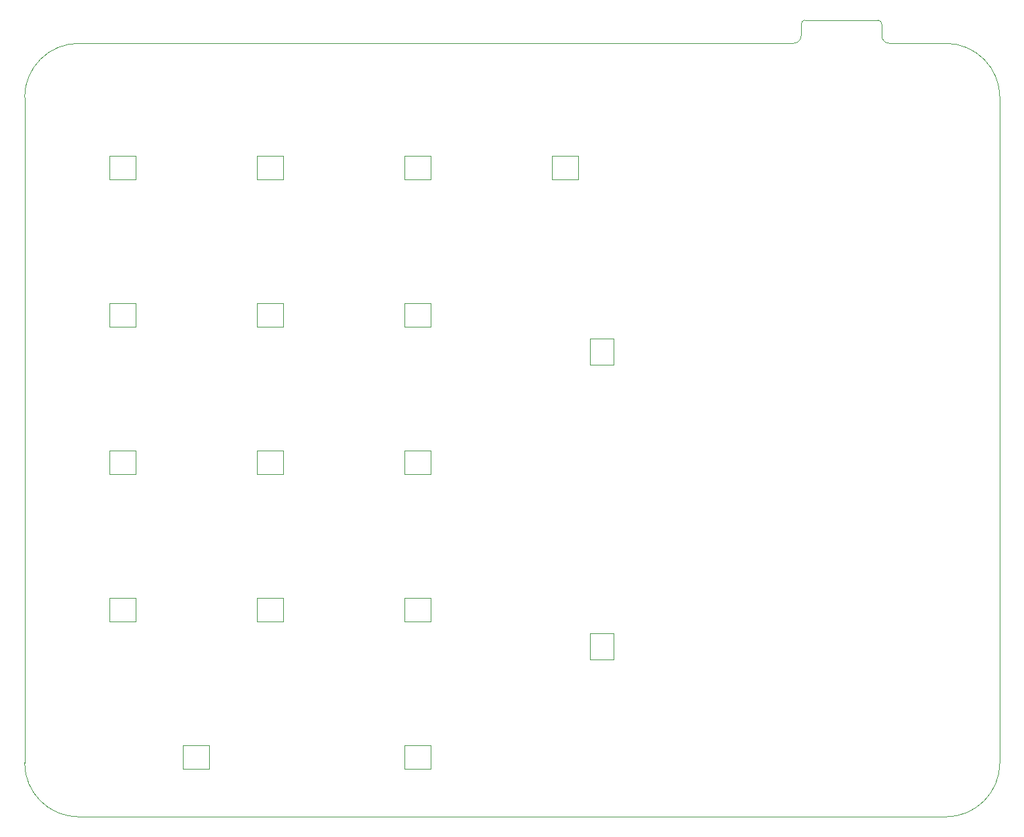
<source format=gbr>
G04 #@! TF.GenerationSoftware,KiCad,Pcbnew,(5.1.5)-3*
G04 #@! TF.CreationDate,2022-04-23T19:07:22-06:00*
G04 #@! TF.ProjectId,base,62617365-2e6b-4696-9361-645f70636258,rev?*
G04 #@! TF.SameCoordinates,Original*
G04 #@! TF.FileFunction,Profile,NP*
%FSLAX46Y46*%
G04 Gerber Fmt 4.6, Leading zero omitted, Abs format (unit mm)*
G04 Created by KiCad (PCBNEW (5.1.5)-3) date 2022-04-23 19:07:22*
%MOMM*%
%LPD*%
G04 APERTURE LIST*
%ADD10C,0.050000*%
%ADD11C,0.120000*%
G04 APERTURE END LIST*
D10*
X196200000Y-53000000D02*
X103900000Y-53000000D01*
X208600000Y-53000000D02*
X215856250Y-53000000D01*
X197700000Y-50000000D02*
X207100000Y-50000000D01*
X207600000Y-50500000D02*
G75*
G03X207100000Y-50000000I-500000J0D01*
G01*
X207600000Y-52000000D02*
X207600000Y-50500000D01*
X197200000Y-50500000D02*
G75*
G02X197700000Y-50000000I500000J0D01*
G01*
X197200000Y-52000000D02*
X197200000Y-50500000D01*
X208600000Y-53000000D02*
G75*
G02X207600000Y-52000000I0J1000000D01*
G01*
X197200000Y-52000000D02*
G75*
G02X196200000Y-53000000I-1000000J0D01*
G01*
X103900000Y-152993750D02*
G75*
G02X96900000Y-145993750I0J7000000D01*
G01*
X96900000Y-60000000D02*
G75*
G02X103900000Y-53000000I7000000J0D01*
G01*
X222856250Y-146000000D02*
G75*
G02X215856250Y-153000000I-7000000J0D01*
G01*
X215856250Y-53000000D02*
G75*
G02X222856250Y-60000000I0J-7000000D01*
G01*
X222856250Y-60000000D02*
X222856250Y-146000000D01*
X103900000Y-152993750D02*
X215856250Y-153000000D01*
X96900000Y-60000000D02*
X96900000Y-145993750D01*
D11*
X145937500Y-146756250D02*
X149337500Y-146756250D01*
X145937500Y-143756250D02*
X145937500Y-146756250D01*
X149337500Y-143756250D02*
X145937500Y-143756250D01*
X149337500Y-146756250D02*
X149337500Y-143756250D01*
X107837500Y-70556250D02*
X111237500Y-70556250D01*
X107837500Y-67556250D02*
X107837500Y-70556250D01*
X111237500Y-67556250D02*
X107837500Y-67556250D01*
X111237500Y-70556250D02*
X111237500Y-67556250D01*
X172950000Y-91168750D02*
X169950000Y-91168750D01*
X169950000Y-91168750D02*
X169950000Y-94568750D01*
X169950000Y-94568750D02*
X172950000Y-94568750D01*
X172950000Y-94568750D02*
X172950000Y-91168750D01*
X164987500Y-70556250D02*
X168387500Y-70556250D01*
X164987500Y-67556250D02*
X164987500Y-70556250D01*
X168387500Y-67556250D02*
X164987500Y-67556250D01*
X168387500Y-70556250D02*
X168387500Y-67556250D01*
X117362500Y-146756250D02*
X120762500Y-146756250D01*
X117362500Y-143756250D02*
X117362500Y-146756250D01*
X120762500Y-143756250D02*
X117362500Y-143756250D01*
X120762500Y-146756250D02*
X120762500Y-143756250D01*
X172950000Y-132668750D02*
X172950000Y-129268750D01*
X169950000Y-132668750D02*
X172950000Y-132668750D01*
X169950000Y-129268750D02*
X169950000Y-132668750D01*
X172950000Y-129268750D02*
X169950000Y-129268750D01*
X149337500Y-124706250D02*
X145937500Y-124706250D01*
X149337500Y-127706250D02*
X149337500Y-124706250D01*
X145937500Y-127706250D02*
X149337500Y-127706250D01*
X145937500Y-124706250D02*
X145937500Y-127706250D01*
X130287500Y-124706250D02*
X126887500Y-124706250D01*
X130287500Y-127706250D02*
X130287500Y-124706250D01*
X126887500Y-127706250D02*
X130287500Y-127706250D01*
X126887500Y-124706250D02*
X126887500Y-127706250D01*
X111237500Y-124706250D02*
X107837500Y-124706250D01*
X111237500Y-127706250D02*
X111237500Y-124706250D01*
X107837500Y-127706250D02*
X111237500Y-127706250D01*
X107837500Y-124706250D02*
X107837500Y-127706250D01*
X107837500Y-108656250D02*
X111237500Y-108656250D01*
X107837500Y-105656250D02*
X107837500Y-108656250D01*
X111237500Y-105656250D02*
X107837500Y-105656250D01*
X111237500Y-108656250D02*
X111237500Y-105656250D01*
X126887500Y-108656250D02*
X130287500Y-108656250D01*
X126887500Y-105656250D02*
X126887500Y-108656250D01*
X130287500Y-105656250D02*
X126887500Y-105656250D01*
X130287500Y-108656250D02*
X130287500Y-105656250D01*
X145937500Y-108656250D02*
X149337500Y-108656250D01*
X145937500Y-105656250D02*
X145937500Y-108656250D01*
X149337500Y-105656250D02*
X145937500Y-105656250D01*
X149337500Y-108656250D02*
X149337500Y-105656250D01*
X149337500Y-86606250D02*
X145937500Y-86606250D01*
X149337500Y-89606250D02*
X149337500Y-86606250D01*
X145937500Y-89606250D02*
X149337500Y-89606250D01*
X145937500Y-86606250D02*
X145937500Y-89606250D01*
X130287500Y-86606250D02*
X126887500Y-86606250D01*
X130287500Y-89606250D02*
X130287500Y-86606250D01*
X126887500Y-89606250D02*
X130287500Y-89606250D01*
X126887500Y-86606250D02*
X126887500Y-89606250D01*
X111237500Y-86606250D02*
X107837500Y-86606250D01*
X111237500Y-89606250D02*
X111237500Y-86606250D01*
X107837500Y-89606250D02*
X111237500Y-89606250D01*
X107837500Y-86606250D02*
X107837500Y-89606250D01*
X126887500Y-70556250D02*
X130287500Y-70556250D01*
X126887500Y-67556250D02*
X126887500Y-70556250D01*
X130287500Y-67556250D02*
X126887500Y-67556250D01*
X130287500Y-70556250D02*
X130287500Y-67556250D01*
X145937500Y-70556250D02*
X149337500Y-70556250D01*
X145937500Y-67556250D02*
X145937500Y-70556250D01*
X149337500Y-67556250D02*
X145937500Y-67556250D01*
X149337500Y-70556250D02*
X149337500Y-67556250D01*
M02*

</source>
